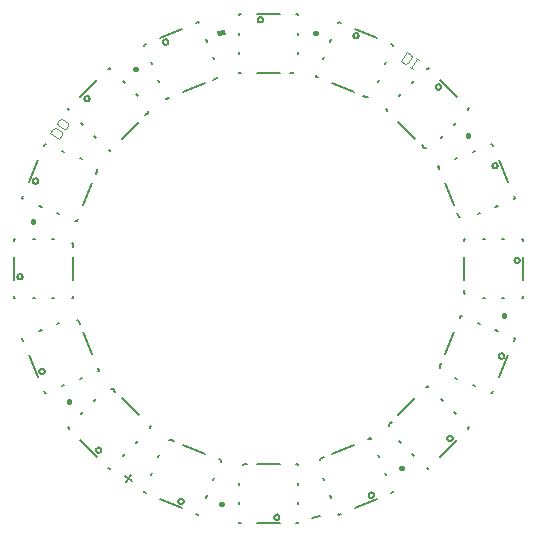
<source format=gto>
G75*
%MOIN*%
%OFA0B0*%
%FSLAX24Y24*%
%IPPOS*%
%LPD*%
%AMOC8*
5,1,8,0,0,1.08239X$1,22.5*
%
%ADD10C,0.0080*%
%ADD11C,0.0079*%
%ADD12C,0.0160*%
%ADD13C,0.0040*%
%ADD14C,0.0050*%
%ADD15R,0.0160X0.0280*%
D10*
X003182Y002691D02*
X002626Y003248D01*
X003150Y002913D02*
X003152Y002931D01*
X003158Y002949D01*
X003167Y002965D01*
X003179Y002978D01*
X003194Y002989D01*
X003211Y002997D01*
X003229Y003001D01*
X003247Y003001D01*
X003265Y002997D01*
X003282Y002989D01*
X003297Y002978D01*
X003309Y002965D01*
X003318Y002949D01*
X003324Y002931D01*
X003326Y002913D01*
X003324Y002895D01*
X003318Y002877D01*
X003309Y002861D01*
X003297Y002848D01*
X003282Y002837D01*
X003265Y002829D01*
X003247Y002825D01*
X003229Y002825D01*
X003211Y002829D01*
X003194Y002837D01*
X003179Y002848D01*
X003167Y002861D01*
X003158Y002877D01*
X003152Y002895D01*
X003150Y002913D01*
X004045Y002719D02*
X004101Y002774D01*
X004491Y003164D02*
X004547Y003220D01*
X005256Y002739D02*
X005226Y002666D01*
X005015Y002157D02*
X004985Y002084D01*
X005290Y001276D02*
X006017Y000975D01*
X005895Y001202D02*
X005897Y001220D01*
X005903Y001238D01*
X005912Y001254D01*
X005924Y001267D01*
X005939Y001278D01*
X005956Y001286D01*
X005974Y001290D01*
X005992Y001290D01*
X006010Y001286D01*
X006027Y001278D01*
X006042Y001267D01*
X006054Y001254D01*
X006063Y001238D01*
X006069Y001220D01*
X006071Y001202D01*
X006069Y001184D01*
X006063Y001166D01*
X006054Y001150D01*
X006042Y001137D01*
X006027Y001126D01*
X006010Y001118D01*
X005992Y001114D01*
X005974Y001114D01*
X005956Y001118D01*
X005939Y001126D01*
X005924Y001137D01*
X005912Y001150D01*
X005903Y001166D01*
X005897Y001184D01*
X005895Y001202D01*
X006804Y001331D02*
X006834Y001404D01*
X007045Y001913D02*
X007075Y001986D01*
X006770Y002794D02*
X006043Y003095D01*
X004574Y004083D02*
X004018Y004639D01*
X003155Y004612D02*
X003099Y004556D01*
X002709Y004166D02*
X002653Y004111D01*
X002092Y005080D02*
X002019Y005050D01*
X002601Y005291D02*
X002674Y005321D01*
X003030Y006108D02*
X002729Y006836D01*
X001921Y007140D02*
X001848Y007110D01*
X001339Y006899D02*
X001266Y006869D01*
X000910Y006082D02*
X001211Y005355D01*
X001260Y005539D02*
X001262Y005557D01*
X001268Y005575D01*
X001277Y005591D01*
X001289Y005604D01*
X001304Y005615D01*
X001321Y005623D01*
X001339Y005627D01*
X001357Y005627D01*
X001375Y005623D01*
X001392Y005615D01*
X001407Y005604D01*
X001419Y005591D01*
X001428Y005575D01*
X001434Y005557D01*
X001436Y005539D01*
X001434Y005521D01*
X001428Y005503D01*
X001419Y005487D01*
X001407Y005474D01*
X001392Y005463D01*
X001375Y005455D01*
X001357Y005451D01*
X001339Y005451D01*
X001321Y005455D01*
X001304Y005463D01*
X001289Y005474D01*
X001277Y005487D01*
X001268Y005503D01*
X001262Y005521D01*
X001260Y005539D01*
X001124Y007981D02*
X001046Y007981D01*
X000416Y008571D02*
X000416Y009359D01*
X001046Y009949D02*
X001124Y009949D01*
X001676Y009949D02*
X001754Y009949D01*
X002384Y009359D02*
X002384Y008571D01*
X001754Y007981D02*
X001676Y007981D01*
X000525Y008690D02*
X000527Y008708D01*
X000533Y008726D01*
X000542Y008742D01*
X000554Y008755D01*
X000569Y008766D01*
X000586Y008774D01*
X000604Y008778D01*
X000622Y008778D01*
X000640Y008774D01*
X000657Y008766D01*
X000672Y008755D01*
X000684Y008742D01*
X000693Y008726D01*
X000699Y008708D01*
X000701Y008690D01*
X000699Y008672D01*
X000693Y008654D01*
X000684Y008638D01*
X000672Y008625D01*
X000657Y008614D01*
X000640Y008606D01*
X000622Y008602D01*
X000604Y008602D01*
X000586Y008606D01*
X000569Y008614D01*
X000554Y008625D01*
X000542Y008638D01*
X000533Y008654D01*
X000527Y008672D01*
X000525Y008690D01*
X001848Y010820D02*
X001921Y010790D01*
X001339Y011031D02*
X001266Y011061D01*
X001049Y011882D02*
X001051Y011900D01*
X001057Y011918D01*
X001066Y011934D01*
X001078Y011947D01*
X001093Y011958D01*
X001110Y011966D01*
X001128Y011970D01*
X001146Y011970D01*
X001164Y011966D01*
X001181Y011958D01*
X001196Y011947D01*
X001208Y011934D01*
X001217Y011918D01*
X001223Y011900D01*
X001225Y011882D01*
X001223Y011864D01*
X001217Y011846D01*
X001208Y011830D01*
X001196Y011817D01*
X001181Y011806D01*
X001164Y011798D01*
X001146Y011794D01*
X001128Y011794D01*
X001110Y011798D01*
X001093Y011806D01*
X001078Y011817D01*
X001066Y011830D01*
X001057Y011846D01*
X001051Y011864D01*
X001049Y011882D01*
X000910Y011848D02*
X001211Y012576D01*
X002019Y012880D02*
X002092Y012850D01*
X002601Y012639D02*
X002674Y012609D01*
X003155Y013319D02*
X003099Y013374D01*
X002709Y013764D02*
X002653Y013820D01*
X002760Y014627D02*
X002762Y014645D01*
X002768Y014663D01*
X002777Y014679D01*
X002789Y014692D01*
X002804Y014703D01*
X002821Y014711D01*
X002839Y014715D01*
X002857Y014715D01*
X002875Y014711D01*
X002892Y014703D01*
X002907Y014692D01*
X002919Y014679D01*
X002928Y014663D01*
X002934Y014645D01*
X002936Y014627D01*
X002934Y014609D01*
X002928Y014591D01*
X002919Y014575D01*
X002907Y014562D01*
X002892Y014551D01*
X002875Y014543D01*
X002857Y014539D01*
X002839Y014539D01*
X002821Y014543D01*
X002804Y014551D01*
X002789Y014562D01*
X002777Y014575D01*
X002768Y014591D01*
X002762Y014609D01*
X002760Y014627D01*
X002626Y014683D02*
X003182Y015239D01*
X004045Y015212D02*
X004101Y015156D01*
X004491Y014766D02*
X004547Y014711D01*
X005256Y015191D02*
X005226Y015264D01*
X005015Y015773D02*
X004985Y015846D01*
X005386Y016517D02*
X005388Y016535D01*
X005394Y016553D01*
X005403Y016569D01*
X005415Y016582D01*
X005430Y016593D01*
X005447Y016601D01*
X005465Y016605D01*
X005483Y016605D01*
X005501Y016601D01*
X005518Y016593D01*
X005533Y016582D01*
X005545Y016569D01*
X005554Y016553D01*
X005560Y016535D01*
X005562Y016517D01*
X005560Y016499D01*
X005554Y016481D01*
X005545Y016465D01*
X005533Y016452D01*
X005518Y016441D01*
X005501Y016433D01*
X005483Y016429D01*
X005465Y016429D01*
X005447Y016433D01*
X005430Y016441D01*
X005415Y016452D01*
X005403Y016465D01*
X005394Y016481D01*
X005388Y016499D01*
X005386Y016517D01*
X005290Y016654D02*
X006017Y016955D01*
X006804Y016599D02*
X006834Y016526D01*
X007045Y016017D02*
X007075Y015944D01*
X007916Y016111D02*
X007916Y016190D01*
X007916Y016741D02*
X007916Y016819D01*
X008506Y017449D02*
X009294Y017449D01*
X009884Y016819D02*
X009884Y016741D01*
X009884Y016190D02*
X009884Y016111D01*
X009294Y015481D02*
X008506Y015481D01*
X006770Y015136D02*
X006043Y014835D01*
X004574Y013848D02*
X004018Y013291D01*
X003030Y011822D02*
X002729Y011095D01*
X008536Y017253D02*
X008538Y017271D01*
X008544Y017289D01*
X008553Y017305D01*
X008565Y017318D01*
X008580Y017329D01*
X008597Y017337D01*
X008615Y017341D01*
X008633Y017341D01*
X008651Y017337D01*
X008668Y017329D01*
X008683Y017318D01*
X008695Y017305D01*
X008704Y017289D01*
X008710Y017271D01*
X008712Y017253D01*
X008710Y017235D01*
X008704Y017217D01*
X008695Y017201D01*
X008683Y017188D01*
X008668Y017177D01*
X008651Y017169D01*
X008633Y017165D01*
X008615Y017165D01*
X008597Y017169D01*
X008580Y017177D01*
X008565Y017188D01*
X008553Y017201D01*
X008544Y017217D01*
X008538Y017235D01*
X008536Y017253D01*
X010755Y016017D02*
X010725Y015944D01*
X010966Y016526D02*
X010996Y016599D01*
X011729Y016728D02*
X011731Y016746D01*
X011737Y016764D01*
X011746Y016780D01*
X011758Y016793D01*
X011773Y016804D01*
X011790Y016812D01*
X011808Y016816D01*
X011826Y016816D01*
X011844Y016812D01*
X011861Y016804D01*
X011876Y016793D01*
X011888Y016780D01*
X011897Y016764D01*
X011903Y016746D01*
X011905Y016728D01*
X011903Y016710D01*
X011897Y016692D01*
X011888Y016676D01*
X011876Y016663D01*
X011861Y016652D01*
X011844Y016644D01*
X011826Y016640D01*
X011808Y016640D01*
X011790Y016644D01*
X011773Y016652D01*
X011758Y016663D01*
X011746Y016676D01*
X011737Y016692D01*
X011731Y016710D01*
X011729Y016728D01*
X011783Y016955D02*
X012510Y016654D01*
X012815Y015846D02*
X012785Y015773D01*
X012574Y015264D02*
X012544Y015191D01*
X013253Y014711D02*
X013309Y014766D01*
X013699Y015156D02*
X013755Y015212D01*
X014474Y015017D02*
X014476Y015035D01*
X014482Y015053D01*
X014491Y015069D01*
X014503Y015082D01*
X014518Y015093D01*
X014535Y015101D01*
X014553Y015105D01*
X014571Y015105D01*
X014589Y015101D01*
X014606Y015093D01*
X014621Y015082D01*
X014633Y015069D01*
X014642Y015053D01*
X014648Y015035D01*
X014650Y015017D01*
X014648Y014999D01*
X014642Y014981D01*
X014633Y014965D01*
X014621Y014952D01*
X014606Y014941D01*
X014589Y014933D01*
X014571Y014929D01*
X014553Y014929D01*
X014535Y014933D01*
X014518Y014941D01*
X014503Y014952D01*
X014491Y014965D01*
X014482Y014981D01*
X014476Y014999D01*
X014474Y015017D01*
X014618Y015239D02*
X015174Y014683D01*
X015147Y013820D02*
X015091Y013764D01*
X014701Y013374D02*
X014645Y013319D01*
X015126Y012609D02*
X015199Y012639D01*
X015708Y012850D02*
X015781Y012880D01*
X016364Y012391D02*
X016366Y012409D01*
X016372Y012427D01*
X016381Y012443D01*
X016393Y012456D01*
X016408Y012467D01*
X016425Y012475D01*
X016443Y012479D01*
X016461Y012479D01*
X016479Y012475D01*
X016496Y012467D01*
X016511Y012456D01*
X016523Y012443D01*
X016532Y012427D01*
X016538Y012409D01*
X016540Y012391D01*
X016538Y012373D01*
X016532Y012355D01*
X016523Y012339D01*
X016511Y012326D01*
X016496Y012315D01*
X016479Y012307D01*
X016461Y012303D01*
X016443Y012303D01*
X016425Y012307D01*
X016408Y012315D01*
X016393Y012326D01*
X016381Y012339D01*
X016372Y012355D01*
X016366Y012373D01*
X016364Y012391D01*
X016589Y012576D02*
X016890Y011848D01*
X016534Y011061D02*
X016461Y011031D01*
X015952Y010820D02*
X015879Y010790D01*
X016046Y009949D02*
X016124Y009949D01*
X016676Y009949D02*
X016754Y009949D01*
X017384Y009359D02*
X017384Y008571D01*
X016754Y007981D02*
X016676Y007981D01*
X016124Y007981D02*
X016046Y007981D01*
X015416Y008571D02*
X015416Y009359D01*
X015071Y011095D02*
X014770Y011822D01*
X013782Y013291D02*
X013226Y013848D01*
X011757Y014835D02*
X011030Y015136D01*
X017099Y009241D02*
X017101Y009259D01*
X017107Y009277D01*
X017116Y009293D01*
X017128Y009306D01*
X017143Y009317D01*
X017160Y009325D01*
X017178Y009329D01*
X017196Y009329D01*
X017214Y009325D01*
X017231Y009317D01*
X017246Y009306D01*
X017258Y009293D01*
X017267Y009277D01*
X017273Y009259D01*
X017275Y009241D01*
X017273Y009223D01*
X017267Y009205D01*
X017258Y009189D01*
X017246Y009176D01*
X017231Y009165D01*
X017214Y009157D01*
X017196Y009153D01*
X017178Y009153D01*
X017160Y009157D01*
X017143Y009165D01*
X017128Y009176D01*
X017116Y009189D01*
X017107Y009205D01*
X017101Y009223D01*
X017099Y009241D01*
X015952Y007110D02*
X015879Y007140D01*
X016461Y006899D02*
X016534Y006869D01*
X016890Y006082D02*
X016589Y005355D01*
X016575Y006048D02*
X016577Y006066D01*
X016583Y006084D01*
X016592Y006100D01*
X016604Y006113D01*
X016619Y006124D01*
X016636Y006132D01*
X016654Y006136D01*
X016672Y006136D01*
X016690Y006132D01*
X016707Y006124D01*
X016722Y006113D01*
X016734Y006100D01*
X016743Y006084D01*
X016749Y006066D01*
X016751Y006048D01*
X016749Y006030D01*
X016743Y006012D01*
X016734Y005996D01*
X016722Y005983D01*
X016707Y005972D01*
X016690Y005964D01*
X016672Y005960D01*
X016654Y005960D01*
X016636Y005964D01*
X016619Y005972D01*
X016604Y005983D01*
X016592Y005996D01*
X016583Y006012D01*
X016577Y006030D01*
X016575Y006048D01*
X015781Y005050D02*
X015708Y005080D01*
X015199Y005291D02*
X015126Y005321D01*
X014645Y004612D02*
X014701Y004556D01*
X015091Y004166D02*
X015147Y004111D01*
X014864Y003303D02*
X014866Y003321D01*
X014872Y003339D01*
X014881Y003355D01*
X014893Y003368D01*
X014908Y003379D01*
X014925Y003387D01*
X014943Y003391D01*
X014961Y003391D01*
X014979Y003387D01*
X014996Y003379D01*
X015011Y003368D01*
X015023Y003355D01*
X015032Y003339D01*
X015038Y003321D01*
X015040Y003303D01*
X015038Y003285D01*
X015032Y003267D01*
X015023Y003251D01*
X015011Y003238D01*
X014996Y003227D01*
X014979Y003219D01*
X014961Y003215D01*
X014943Y003215D01*
X014925Y003219D01*
X014908Y003227D01*
X014893Y003238D01*
X014881Y003251D01*
X014872Y003267D01*
X014866Y003285D01*
X014864Y003303D01*
X015174Y003248D02*
X014618Y002691D01*
X013755Y002719D02*
X013699Y002774D01*
X013309Y003164D02*
X013253Y003220D01*
X012544Y002739D02*
X012574Y002666D01*
X012785Y002157D02*
X012815Y002084D01*
X012238Y001413D02*
X012240Y001431D01*
X012246Y001449D01*
X012255Y001465D01*
X012267Y001478D01*
X012282Y001489D01*
X012299Y001497D01*
X012317Y001501D01*
X012335Y001501D01*
X012353Y001497D01*
X012370Y001489D01*
X012385Y001478D01*
X012397Y001465D01*
X012406Y001449D01*
X012412Y001431D01*
X012414Y001413D01*
X012412Y001395D01*
X012406Y001377D01*
X012397Y001361D01*
X012385Y001348D01*
X012370Y001337D01*
X012353Y001329D01*
X012335Y001325D01*
X012317Y001325D01*
X012299Y001329D01*
X012282Y001337D01*
X012267Y001348D01*
X012255Y001361D01*
X012246Y001377D01*
X012240Y001395D01*
X012238Y001413D01*
X012510Y001276D02*
X011783Y000975D01*
X010996Y001331D02*
X010966Y001404D01*
X010755Y001913D02*
X010725Y001986D01*
X011030Y002794D02*
X011757Y003095D01*
X013226Y004083D02*
X013782Y004639D01*
X014770Y006108D02*
X015071Y006836D01*
X009884Y001819D02*
X009884Y001741D01*
X009884Y001190D02*
X009884Y001111D01*
X009088Y000678D02*
X009090Y000696D01*
X009096Y000714D01*
X009105Y000730D01*
X009117Y000743D01*
X009132Y000754D01*
X009149Y000762D01*
X009167Y000766D01*
X009185Y000766D01*
X009203Y000762D01*
X009220Y000754D01*
X009235Y000743D01*
X009247Y000730D01*
X009256Y000714D01*
X009262Y000696D01*
X009264Y000678D01*
X009262Y000660D01*
X009256Y000642D01*
X009247Y000626D01*
X009235Y000613D01*
X009220Y000602D01*
X009203Y000594D01*
X009185Y000590D01*
X009167Y000590D01*
X009149Y000594D01*
X009132Y000602D01*
X009117Y000613D01*
X009105Y000626D01*
X009096Y000642D01*
X009090Y000660D01*
X009088Y000678D01*
X009294Y000481D02*
X008506Y000481D01*
X007916Y001111D02*
X007916Y001190D01*
X007916Y001741D02*
X007916Y001819D01*
X008506Y002449D02*
X009294Y002449D01*
D11*
X009806Y002449D02*
X009884Y002449D01*
X009884Y002410D01*
X010608Y002577D02*
X010630Y002628D01*
X010739Y002673D01*
X012230Y003291D02*
X012303Y003321D01*
X012318Y003285D01*
X012919Y003721D02*
X012919Y003776D01*
X013003Y003860D01*
X014144Y005001D02*
X014200Y005057D01*
X014228Y005029D01*
X014626Y005656D02*
X014604Y005708D01*
X014649Y005817D01*
X015267Y007308D02*
X015297Y007381D01*
X015334Y007366D01*
X015455Y008099D02*
X015416Y008138D01*
X015416Y008256D01*
X015416Y009871D02*
X015416Y009949D01*
X015455Y009949D01*
X015289Y010673D02*
X015237Y010695D01*
X015192Y010804D01*
X014574Y012295D02*
X014544Y012368D01*
X014580Y012383D01*
X014144Y012985D02*
X014089Y012985D01*
X014005Y013068D01*
X012864Y014209D02*
X012808Y014265D01*
X012836Y014293D01*
X012209Y014691D02*
X012157Y014669D01*
X012048Y014715D01*
X010557Y015332D02*
X010484Y015362D01*
X010499Y015399D01*
X009766Y015520D02*
X009727Y015481D01*
X009609Y015481D01*
X007994Y015481D02*
X007916Y015481D01*
X007916Y015520D01*
X007192Y015354D02*
X007170Y015302D01*
X007061Y015257D01*
X005570Y014639D02*
X005497Y014609D01*
X005482Y014646D01*
X004881Y014209D02*
X004881Y014154D01*
X004797Y014070D01*
X003656Y012929D02*
X003600Y012873D01*
X003572Y012901D01*
X003174Y012274D02*
X003196Y012222D01*
X003151Y012113D01*
X002533Y010622D02*
X002503Y010549D01*
X002466Y010564D01*
X002345Y009831D02*
X002384Y009792D01*
X002384Y009674D01*
X002384Y008060D02*
X002384Y007981D01*
X002345Y007981D01*
X002511Y007257D02*
X002563Y007236D01*
X002608Y007126D01*
X003226Y005635D02*
X003256Y005562D01*
X003220Y005547D01*
X003656Y004946D02*
X003711Y004946D01*
X003795Y004862D01*
X004936Y003721D02*
X004992Y003665D01*
X004964Y003637D01*
X005591Y003240D02*
X005643Y003261D01*
X005752Y003216D01*
X007243Y002598D02*
X007316Y002568D01*
X007301Y002531D01*
X008034Y002410D02*
X008073Y002449D01*
X008191Y002449D01*
X006578Y000786D02*
X006563Y000749D01*
X006490Y000779D01*
X007916Y000520D02*
X007916Y000481D01*
X007994Y000481D01*
X009806Y000481D02*
X009884Y000481D01*
X009884Y000520D01*
X011222Y000786D02*
X011237Y000749D01*
X011310Y000779D01*
X012983Y001472D02*
X013056Y001502D01*
X013041Y001539D01*
X014172Y002301D02*
X014200Y002273D01*
X014256Y002329D01*
X015536Y003609D02*
X015592Y003665D01*
X015564Y003693D01*
X016326Y004824D02*
X016363Y004809D01*
X016393Y004882D01*
X017086Y006555D02*
X017116Y006628D01*
X017080Y006643D01*
X017345Y007981D02*
X017384Y007981D01*
X017384Y008060D01*
X017384Y009871D02*
X017384Y009949D01*
X017345Y009949D01*
X017080Y011287D02*
X017116Y011302D01*
X017086Y011375D01*
X016393Y013048D02*
X016363Y013121D01*
X016326Y013106D01*
X015564Y014237D02*
X015592Y014265D01*
X015536Y014321D01*
X014256Y015601D02*
X014200Y015657D01*
X014172Y015629D01*
X013041Y016391D02*
X013056Y016428D01*
X012983Y016458D01*
X011310Y017151D02*
X011237Y017181D01*
X011222Y017145D01*
X009884Y017410D02*
X009884Y017449D01*
X009806Y017449D01*
X007994Y017449D02*
X007916Y017449D01*
X007916Y017410D01*
X006578Y017145D02*
X006563Y017181D01*
X006490Y017151D01*
X004817Y016458D02*
X004744Y016428D01*
X004759Y016391D01*
X003628Y015629D02*
X003600Y015657D01*
X003544Y015601D01*
X002264Y014321D02*
X002208Y014265D01*
X002236Y014237D01*
X001474Y013106D02*
X001437Y013121D01*
X001407Y013048D01*
X000714Y011375D02*
X000684Y011302D01*
X000720Y011287D01*
X000455Y009949D02*
X000416Y009949D01*
X000416Y009871D01*
X000416Y008060D02*
X000416Y007981D01*
X000455Y007981D01*
X000720Y006643D02*
X000684Y006628D01*
X000714Y006555D01*
X001407Y004882D02*
X001437Y004809D01*
X001474Y004824D01*
X002236Y003693D02*
X002208Y003665D01*
X002264Y003609D01*
X003544Y002329D02*
X003600Y002273D01*
X003628Y002301D01*
X004759Y001539D02*
X004744Y001502D01*
X004817Y001472D01*
D12*
X007328Y001117D02*
X007352Y001113D01*
X002257Y004515D02*
X002243Y004535D01*
X001048Y010513D02*
X001052Y010537D01*
X004450Y015608D02*
X004470Y015622D01*
X010448Y016817D02*
X010472Y016813D01*
X015543Y013415D02*
X015557Y013395D01*
X016752Y007417D02*
X016748Y007393D01*
X013350Y002322D02*
X013330Y002308D01*
D13*
X001919Y013269D02*
X002019Y013419D01*
X002002Y013502D01*
X001802Y013636D01*
X001719Y013619D01*
X001619Y013469D01*
X001919Y013269D01*
X002073Y013609D02*
X001873Y013742D01*
X001856Y013826D01*
X001923Y013925D01*
X002006Y013942D01*
X002206Y013809D01*
X002223Y013726D01*
X002156Y013626D01*
X002073Y013609D01*
X013309Y015883D02*
X013459Y015783D01*
X013542Y015800D01*
X013675Y016000D01*
X013659Y016083D01*
X013509Y016183D01*
X013309Y015883D01*
X013615Y015679D02*
X013715Y015612D01*
X013665Y015646D02*
X013865Y015945D01*
X013915Y015912D02*
X013815Y015979D01*
D14*
X004318Y002087D02*
X004151Y001837D01*
X004110Y002046D02*
X004360Y001879D01*
X010335Y000662D02*
X010629Y000721D01*
D15*
G36*
X007219Y016710D02*
X007188Y016866D01*
X007461Y016920D01*
X007492Y016764D01*
X007219Y016710D01*
G37*
M02*

</source>
